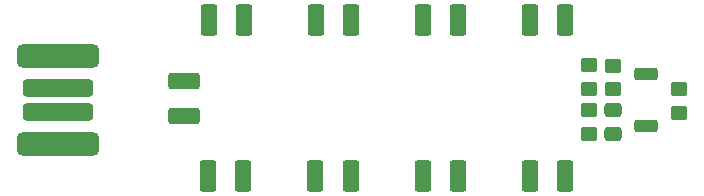
<source format=gbr>
%TF.GenerationSoftware,KiCad,Pcbnew,9.0.6*%
%TF.CreationDate,2025-11-06T17:37:23+11:00*%
%TF.ProjectId,catch-the-led,63617463-682d-4746-9865-2d6c65642e6b,rev?*%
%TF.SameCoordinates,Original*%
%TF.FileFunction,Paste,Top*%
%TF.FilePolarity,Positive*%
%FSLAX46Y46*%
G04 Gerber Fmt 4.6, Leading zero omitted, Abs format (unit mm)*
G04 Created by KiCad (PCBNEW 9.0.6) date 2025-11-06 17:37:23*
%MOMM*%
%LPD*%
G01*
G04 APERTURE LIST*
G04 Aperture macros list*
%AMRoundRect*
0 Rectangle with rounded corners*
0 $1 Rounding radius*
0 $2 $3 $4 $5 $6 $7 $8 $9 X,Y pos of 4 corners*
0 Add a 4 corners polygon primitive as box body*
4,1,4,$2,$3,$4,$5,$6,$7,$8,$9,$2,$3,0*
0 Add four circle primitives for the rounded corners*
1,1,$1+$1,$2,$3*
1,1,$1+$1,$4,$5*
1,1,$1+$1,$6,$7*
1,1,$1+$1,$8,$9*
0 Add four rect primitives between the rounded corners*
20,1,$1+$1,$2,$3,$4,$5,0*
20,1,$1+$1,$4,$5,$6,$7,0*
20,1,$1+$1,$6,$7,$8,$9,0*
20,1,$1+$1,$8,$9,$2,$3,0*%
G04 Aperture macros list end*
%ADD10RoundRect,0.250001X0.462499X1.074999X-0.462499X1.074999X-0.462499X-1.074999X0.462499X-1.074999X0*%
%ADD11RoundRect,0.250001X1.074999X-0.462499X1.074999X0.462499X-1.074999X0.462499X-1.074999X-0.462499X0*%
%ADD12RoundRect,0.250000X0.750000X-0.275000X0.750000X0.275000X-0.750000X0.275000X-0.750000X-0.275000X0*%
%ADD13RoundRect,0.250000X0.450000X-0.350000X0.450000X0.350000X-0.450000X0.350000X-0.450000X-0.350000X0*%
%ADD14RoundRect,0.250000X-0.450000X0.350000X-0.450000X-0.350000X0.450000X-0.350000X0.450000X0.350000X0*%
%ADD15RoundRect,0.250000X0.475000X-0.337500X0.475000X0.337500X-0.475000X0.337500X-0.475000X-0.337500X0*%
%ADD16RoundRect,0.500000X-3.000000X-0.500000X3.000000X-0.500000X3.000000X0.500000X-3.000000X0.500000X0*%
%ADD17RoundRect,0.375000X-2.625000X-0.375000X2.625000X-0.375000X2.625000X0.375000X-2.625000X0.375000X0*%
G04 APERTURE END LIST*
D10*
%TO.C,D1*%
X162348500Y-106078500D03*
X159373500Y-106078500D03*
%TD*%
%TO.C,D3*%
X144220500Y-106078500D03*
X141245500Y-106078500D03*
%TD*%
D11*
%TO.C,D5*%
X130090500Y-100998500D03*
X130090500Y-98023500D03*
%TD*%
D12*
%TO.C,SW1*%
X169206500Y-101892500D03*
X169206500Y-97442500D03*
%TD*%
D10*
%TO.C,D9*%
X162348500Y-92870500D03*
X159373500Y-92870500D03*
%TD*%
D13*
%TO.C,R2*%
X164380500Y-98712500D03*
X164380500Y-96712500D03*
%TD*%
D10*
%TO.C,D4*%
X135134000Y-106078500D03*
X132159000Y-106078500D03*
%TD*%
D14*
%TO.C,R3*%
X166412500Y-96755500D03*
X166412500Y-98755500D03*
%TD*%
D10*
%TO.C,D6*%
X135170500Y-92870500D03*
X132195500Y-92870500D03*
%TD*%
D13*
%TO.C,R1*%
X164380500Y-102522500D03*
X164380500Y-100522500D03*
%TD*%
D10*
%TO.C,D8*%
X153289167Y-92870500D03*
X150314167Y-92870500D03*
%TD*%
%TO.C,D2*%
X153307000Y-106078500D03*
X150332000Y-106078500D03*
%TD*%
D15*
%TO.C,C1*%
X166412500Y-102565500D03*
X166412500Y-100490500D03*
%TD*%
D13*
%TO.C,R4*%
X172000500Y-100744500D03*
X172000500Y-98744500D03*
%TD*%
D10*
%TO.C,D7*%
X144229833Y-92870500D03*
X141254833Y-92870500D03*
%TD*%
D16*
%TO.C,U3*%
X119454000Y-103426500D03*
D17*
X119454000Y-100676500D03*
X119454000Y-98676500D03*
D16*
X119454000Y-95926500D03*
%TD*%
M02*

</source>
